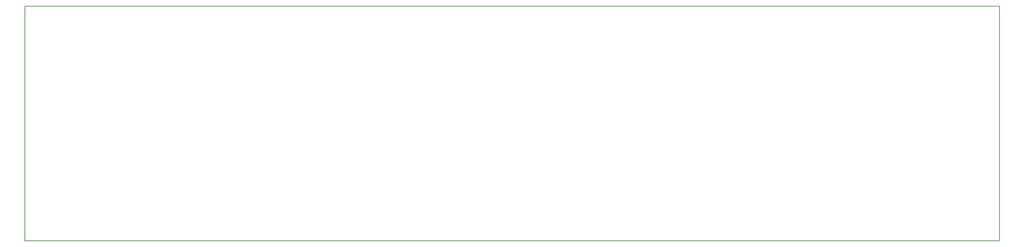
<source format=gbr>
G04 DipTrace 5.1.0.1*
G04 Êîðäîíèïëàòè.gbr*
%MOMM*%
G04 #@! TF.FileFunction,Profile*
G04 #@! TF.Part,Single*
%ADD12C,0.1524*%
%FSLAX35Y35*%
G04*
G71*
G90*
G75*
G01*
G04 BoardOutline*
%LPD*%
X24896500Y1000000D2*
D12*
X1000000D1*
Y6773000D1*
X24896500D1*
Y1000000D1*
M02*

</source>
